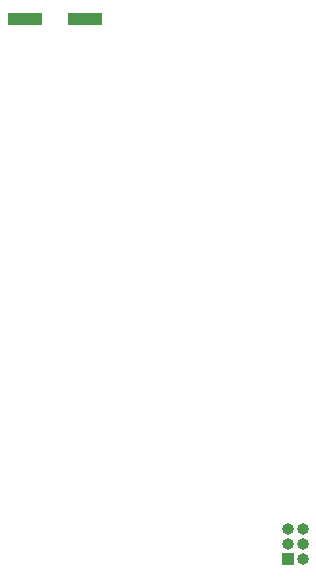
<source format=gbr>
%TF.GenerationSoftware,KiCad,Pcbnew,(5.1.9)-1*%
%TF.CreationDate,2021-05-10T18:00:28-02:30*%
%TF.ProjectId,flamingo,666c616d-696e-4676-9f2e-6b696361645f,rev?*%
%TF.SameCoordinates,Original*%
%TF.FileFunction,Soldermask,Bot*%
%TF.FilePolarity,Negative*%
%FSLAX46Y46*%
G04 Gerber Fmt 4.6, Leading zero omitted, Abs format (unit mm)*
G04 Created by KiCad (PCBNEW (5.1.9)-1) date 2021-05-10 18:00:28*
%MOMM*%
%LPD*%
G01*
G04 APERTURE LIST*
%ADD10R,3.000000X1.000000*%
%ADD11O,1.000000X1.000000*%
%ADD12R,1.000000X1.000000*%
G04 APERTURE END LIST*
D10*
%TO.C,J5*%
X125730000Y-70485000D03*
X130770000Y-70485000D03*
%TD*%
D11*
%TO.C,J1*%
X149225000Y-113665000D03*
X147955000Y-113665000D03*
X149225000Y-114935000D03*
X147955000Y-114935000D03*
X149225000Y-116205000D03*
D12*
X147955000Y-116205000D03*
%TD*%
M02*

</source>
